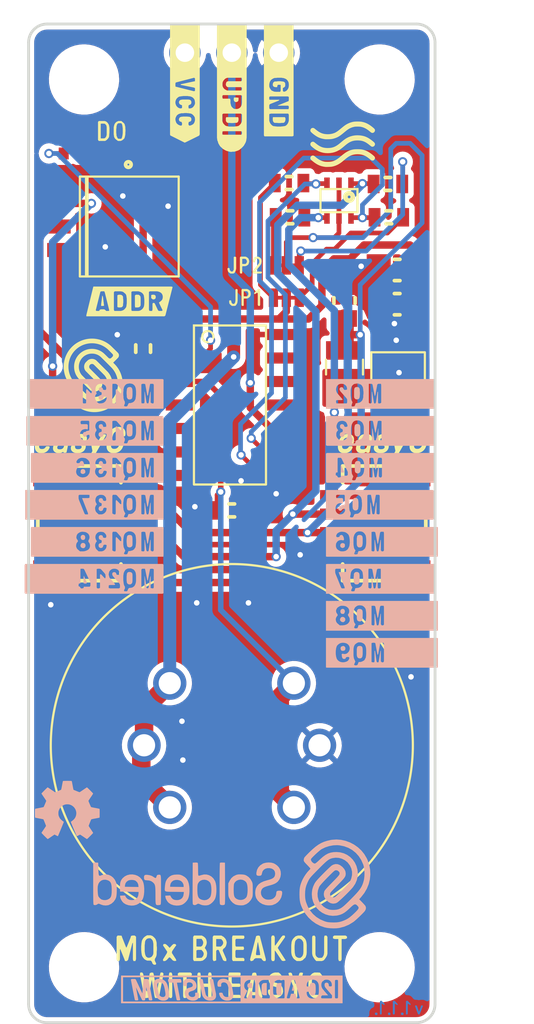
<source format=kicad_pcb>
(kicad_pcb (version 20211014) (generator pcbnew)
  (title_block (title "Hydrogen sensor MQ8 breakout with easyC") (date "2021-08-26") (rev "V1.1.1.") (company "SOLDERED") (comment 1 "333122"))
  (layers (0 "F.Cu" signal) (31 "B.Cu" signal) (34 "B.Paste" user) (35 "F.Paste" user) (36 "B.SilkS" user "B.Silkscreen") (37 "F.SilkS" user "F.Silkscreen") (38 "B.Mask" user) (39 "F.Mask" user) (44 "Edge.Cuts" user))
  (net 0 "")
  (net 1 "GND")
  (net 2 "5V")
  (net 3 "3V3")
  (net 4 "Net-(D1-Pad1)")
  (net 5 "SCL_PULL5")
  (net 6 "SDA_PULL5")
  (net 7 "SCL_PULL3,3")
  (net 8 "SDA_PULL3,3")
  (net 9 "SCL")
  (net 10 "SDA")
  (net 11 "UPDI")
  (net 12 "ADD1")
  (net 13 "ADD2")
  (net 14 "ADD3")
  (net 15 "Net-(L1-Pad1)")
  (net 16 "SCL5")
  (net 17 "SDA5")
  (net 18 "D0")
  (net 21 "A0")
  (footprint "e-radionica.com footprinti:0603R" (layer "F.Cu") (at 102 102.3 180)
    (fp_text reference "R1")
    (fp_text value "10k")
    (pad "1" smd rect locked (at -0.775 0 270) (size 1 0.64) (layers "F.Cu" "F.Paste" "F.Mask") (net 1 "GND"))
    (pad "2" smd rect locked (at 0.775 0 270) (size 1 0.64) (layers "F.Cu" "F.Paste" "F.Mask") (net 21 "A0"))
  )
  (footprint "e-radionica.com footprinti:DSHP03TS-S" (layer "F.Cu") (at 96.45 86.95)
    (fp_text reference "K4")
    (fp_text value "DSHP03TS-S")
    (pad "1" smd rect (at -3.81 -1.27 90) (size 0.76 1.27) (layers "F.Cu" "F.Paste" "F.Mask") (net 12 "ADD1"))
    (pad "2" smd rect (at 3.81 -1.27 90) (size 0.76 1.27) (layers "F.Cu" "F.Paste" "F.Mask") (net 1 "GND"))
    (pad "3" smd rect (at -3.81 0 90) (size 0.76 1.27) (layers "F.Cu" "F.Paste" "F.Mask") (net 13 "ADD2"))
    (pad "4" smd rect (at 3.81 0 90) (size 0.76 1.27) (layers "F.Cu" "F.Paste" "F.Mask") (net 1 "GND"))
    (pad "5" smd rect (at -3.81 1.27 90) (size 0.76 1.27) (layers "F.Cu" "F.Paste" "F.Mask") (net 14 "ADD3"))
    (pad "6" smd rect (at 3.81 1.27 90) (size 0.76 1.27) (layers "F.Cu" "F.Paste" "F.Mask") (net 1 "GND"))
  )
  (footprint "buzzardLabel" (layer "F.Cu") (at 99.46 75.6 -90)
    (fp_text reference "" (at 0 0 90) (layer "F.SilkS") (effects (font (size 1.27 1.27))))
    (fp_text value "" (at 0 0 90) (layer "F.SilkS") (effects (font (size 1.27 1.27))))
  )
  (footprint "Soldered Graphics:Logo-Back-SolderedFULL-15mm" (layer "F.Cu") (at 102 122.5)
    (fp_text reference "REF**" hide)
    (fp_text value "Logo-Front-SolderedFULL-15mm" hide)
  )
  (footprint "e-radionica.com footprinti:MQ" (layer "F.Cu") (at 102 115)
    (fp_text reference "U1")
    (fp_text value "MQ-X")
    (pad "1" thru_hole circle locked (at -3.358757 -3.358757) (size 1.8 1.8) (drill 1.2) (layers *.Cu *.Mask) (net 2 "5V"))
    (pad "2" thru_hole circle locked (at -4.75 0) (size 1.8 1.8) (drill 1.2) (layers *.Cu *.Mask) (net 2 "5V"))
    (pad "3" thru_hole circle locked (at -3.358757 3.358757) (size 1.8 1.8) (drill 1.2) (layers *.Cu *.Mask) (net 2 "5V"))
    (pad "4" thru_hole circle locked (at 3.358757 3.358757) (size 1.8 1.8) (drill 1.2) (layers *.Cu *.Mask) (net 21 "A0"))
    (pad "5" thru_hole circle locked (at 4.75 0) (size 1.8 1.8) (drill 1.2) (layers *.Cu *.Mask) (net 1 "GND"))
    (pad "6" thru_hole circle locked (at 3.358757 -3.358757) (size 1.8 1.8) (drill 1.2) (layers *.Cu *.Mask) (net 21 "A0"))
  )
  (footprint "e-radionica.com footprinti:0603C" (layer "F.Cu") (at 97.2 93.55 -90)
    (fp_text reference "C4")
    (fp_text value "100n")
    (pad "1" smd rect locked (at -0.73 0 270) (size 0.66 1) (layers "F.Cu" "F.Paste" "F.Mask") (net 2 "5V"))
    (pad "2" smd rect locked (at 0.73 0 270) (size 0.66 1) (layers "F.Cu" "F.Paste" "F.Mask") (net 1 "GND"))
  )
  (footprint "buzzardLabel" (layer "F.Cu") (at 102.7 89.05)
    (fp_text reference "" (at 0 0) (layer "F.SilkS") (effects (font (size 1.27 1.27))))
    (fp_text value "" (at 0 0) (layer "F.SilkS") (effects (font (size 1.27 1.27))))
  )
  (footprint "e-radionica.com footprinti:0603R" (layer "F.Cu") (at 110.45 84.65 180)
    (fp_text reference "R2")
    (fp_text value "10k")
    (pad "1" smd rect locked (at -0.775 0 270) (size 1 0.64) (layers "F.Cu" "F.Paste" "F.Mask") (net 8 "SDA_PULL3,3"))
    (pad "2" smd rect locked (at 0.775 0 270) (size 1 0.64) (layers "F.Cu" "F.Paste" "F.Mask") (net 10 "SDA"))
  )
  (footprint "e-radionica.com footprinti:FIDUCIAL_23" (layer "F.Cu") (at 102 120)
    (fp_text reference "FD1")
    (fp_text value "FIDUCIAL")
    (fp_circle (center 0 0) (end 1 0) (layer "F.Cu") (width 0.2) (fill none))
    (pad "1" smd circle (at 0 0) (size 1 1) (layers "F.Cu" "F.Paste" "F.Mask") (clearance 1.1))
  )
  (footprint "e-radionica.com footprinti:0603R" (layer "F.Cu") (at 110.5 86.45)
    (fp_text reference "R4")
    (fp_text value "10k")
    (pad "1" smd rect locked (at -0.775 0 90) (size 1 0.64) (layers "F.Cu" "F.Paste" "F.Mask") (net 17 "SDA5"))
    (pad "2" smd rect locked (at 0.775 0 90) (size 1 0.64) (layers "F.Cu" "F.Paste" "F.Mask") (net 6 "SDA_PULL5"))
  )
  (footprint "e-radionica.com footprinti:HEADER-UPDI" (layer "F.Cu") (at 102 77.55)
    (fp_text reference "K2")
    (fp_text value "HEADER-UPDI")
    (pad "1" thru_hole circle locked (at -2.54 0) (size 1.7 1.7) (drill 1) (layers *.Cu *.Mask) (net 2 "5V"))
    (pad "2" thru_hole circle locked (at 0 0) (size 1.7 1.7) (drill 1) (layers *.Cu *.Mask) (net 11 "UPDI"))
    (pad "3" thru_hole circle locked (at 2.54 0) (size 1.7 1.7) (drill 1) (layers *.Cu *.Mask) (net 1 "GND"))
  )
  (footprint "buzzardLabel" (layer "F.Cu") (at 102.7 90.8)
    (fp_text reference "" (at 0 0) (layer "F.SilkS") (effects (font (size 1.27 1.27))))
    (fp_text value "" (at 0 0) (layer "F.SilkS") (effects (font (size 1.27 1.27))))
  )
  (footprint "Soldered Graphics:Logo-Front-easyC-5mm" (layer "F.Cu") (at 93.8 98.65)
    (fp_text reference "G***" hide)
    (fp_text value "LOGO" hide)
  )
  (footprint "e-radionica.com footprinti:easyC-connector" (layer "F.Cu") (at 94.3 103 90)
    (fp_text reference "K3")
    (fp_text value "easyC-SMD")
    (pad "1" smd rect locked (at -1.5 2.15 90) (size 0.6 1.55) (layers "F.Cu" "F.Paste" "F.Mask") (net 9 "SCL"))
    (pad "2" smd rect locked (at -0.5 2.15 90) (size 0.6 1.55) (layers "F.Cu" "F.Paste" "F.Mask") (net 10 "SDA"))
    (pad "3" smd rect locked (at 0.5 2.15 90) (size 0.6 1.55) (layers "F.Cu" "F.Paste" "F.Mask") (net 3 "3V3"))
    (pad "4" smd rect locked (at 1.5 2.15 90) (size 0.6 1.55) (layers "F.Cu" "F.Paste" "F.Mask") (net 1 "GND"))
    (pad "5" smd rect locked (at 2.6 -2.15 90) (size 1.2 1.8) (layers "F.Cu" "F.Paste" "F.Mask") (net 1 "GND"))
    (pad "5" smd rect locked (at -2.6 -2.15 90) (size 1.2 1.8) (layers "F.Cu" "F.Paste" "F.Mask") (net 1 "GND"))
  )
  (footprint "buzzardLabel" (layer "F.Cu") (at 96.45 91)
    (fp_text reference "" (at 0 0) (layer "F.SilkS") (effects (font (size 1.27 1.27))))
    (fp_text value "" (at 0 0) (layer "F.SilkS") (effects (font (size 1.27 1.27))))
  )
  (footprint "e-radionica.com footprinti:SMD_JUMPER_3_PAD_TRACE" (layer "F.Cu") (at 104.95 89.05)
    (fp_text reference "JP2")
    (fp_text value "SMD_JUMPER_3_PAD_TRACE")
    (fp_poly (pts (xy 0.45 0.05) (xy 0.25 0.05) (xy 0.25 -0.05) (xy 0.45 -0.05)) (layer "F.Cu") (width 0.1) (fill solid))
    (fp_poly (pts (xy -0.25 0.05) (xy -0.45 0.05) (xy -0.45 -0.05) (xy -0.25 -0.05)) (layer "F.Cu") (width 0.1) (fill solid))
    (pad "1" smd rect (at -0.7 0 180) (size 0.5 1) (layers "F.Cu" "F.Mask") (net 7 "SCL_PULL3,3"))
    (pad "2" smd custom (at 0 0 180) (size 0.5 1) (layers "F.Cu" "F.Mask") (net 3 "3V3") (options (clearance outline) (anchor rect)) (primitives))
    (pad "3" smd rect (at 0.7 0 180) (size 0.5 1) (layers "F.Cu" "F.Mask") (net 8 "SDA_PULL3,3"))
  )
  (footprint "Soldered Graphics:Symbol-Front-Air-Quality" (layer "F.Cu") (at 108 82.5)
    (fp_text reference "G***" hide)
    (fp_text value "LOGO" hide)
  )
  (footprint "e-radionica.com footprinti:0805C" (layer "F.Cu") (at 110.95 89.3)
    (fp_text reference "C1")
    (fp_text value "CL10A226MPCNUBE")
    (pad "1" smd rect locked (at -0.975 0 90) (size 1.35 0.9) (layers "F.Cu" "F.Paste" "F.Mask") (net 1 "GND"))
    (pad "2" smd rect locked (at 0.975 0 90) (size 1.35 0.9) (layers "F.Cu" "F.Paste" "F.Mask") (net 2 "5V"))
  )
  (footprint "Soldered Graphics:Logo-Back-OSH-3.5mm" (layer "F.Cu") (at 93.1 118.5)
    (fp_text reference "G***" hide)
    (fp_text value "LOGO" hide)
  )
  (footprint "e-radionica.com footprinti:SOIC-14" (layer "F.Cu") (at 101.9 96.6)
    (fp_text reference "U4")
    (fp_text value "ATTINY404-SSNR")
    (pad "1" smd rect (at -2.7 -3.81) (size 1.55 0.6) (layers "F.Cu" "F.Paste" "F.Mask") (net 2 "5V"))
    (pad "2" smd rect (at -2.7 -2.54) (size 1.55 0.6) (layers "F.Cu" "F.Paste" "F.Mask") (net 18 "D0"))
    (pad "3" smd rect (at -2.7 -1.27) (size 1.55 0.6) (layers "F.Cu" "F.Paste" "F.Mask") (net 21 "A0"))
    (pad "4" smd rect (at -2.7 0) (size 1.55 0.6) (layers "F.Cu" "F.Paste" "F.Mask"))
    (pad "5" smd rect (at -2.7 1.27) (size 1.55 0.6) (layers "F.Cu" "F.Paste" "F.Mask") (net 14 "ADD3"))
    (pad "6" smd rect (at -2.7 2.54) (size 1.55 0.6) (layers "F.Cu" "F.Paste" "F.Mask") (net 13 "ADD2"))
    (pad "7" smd rect (at -2.7 3.81) (size 1.55 0.6) (layers "F.Cu" "F.Paste" "F.Mask") (net 12 "ADD1"))
    (pad "8" smd rect (at 2.7 3.81) (size 1.55 0.6) (layers "F.Cu" "F.Paste" "F.Mask") (net 17 "SDA5"))
    (pad "9" smd rect (at 2.7 2.54) (size 1.55 0.6) (layers "F.Cu" "F.Paste" "F.Mask") (net 16 "SCL5"))
    (pad "10" smd rect (at 2.7 1.27) (size 1.55 0.6) (layers "F.Cu" "F.Paste" "F.Mask") (net 11 "UPDI"))
    (pad "11" smd rect (at 2.7 0) (size 1.55 0.6) (layers "F.Cu" "F.Paste" "F.Mask"))
    (pad "12" smd rect (at 2.7 -1.27) (size 1.55 0.6) (layers "F.Cu" "F.Paste" "F.Mask"))
    (pad "13" smd rect (at 2.7 -2.54) (size 1.55 0.6) (layers "F.Cu" "F.Paste" "F.Mask"))
    (pad "14" smd rect (at 2.7 -3.81) (size 1.55 0.6) (layers "F.Cu" "F.Paste" "F.Mask") (net 1 "GND"))
  )
  (footprint "e-radionica.com footprinti:0805C" (layer "F.Cu") (at 108.1 90.95 -90)
    (fp_text reference "C3")
    (fp_text value "C1608X7S1A475K080AC")
    (pad "1" smd rect locked (at -0.975 0) (size 1.35 0.9) (layers "F.Cu" "F.Paste" "F.Mask") (net 1 "GND"))
    (pad "2" smd rect locked (at 0.975 0) (size 1.35 0.9) (layers "F.Cu" "F.Paste" "F.Mask") (net 3 "3V3"))
  )
  (footprint "e-radionica.com footprinti:HOLE_3.2mm" (layer "F.Cu") (at 94 127)
    (fp_text reference "H2" hide)
    (fp_text value "HOLE_3.2mm" hide)
    (pad "" np_thru_hole circle locked (at 0 0) (size 3.2 3.2) (drill 3.2) (layers F&B.Cu *.Mask))
  )
  (footprint "e-radionica.com footprinti:tps613222a" (layer "F.Cu") (at 111 94.55 90)
    (fp_text reference "U3")
    (fp_text value "TPS613222A")
    (pad "1" smd rect (at -1.3 -0.95 90) (size 1.1 0.6) (layers "F.Cu" "F.Paste" "F.Mask") (net 15 "Net-(L1-Pad1)"))
    (pad "2" smd rect (at -1.3 0 90) (size 1.1 0.6) (layers "F.Cu" "F.Paste" "F.Mask") (net 1 "GND"))
    (pad "3" smd rect (at -1.3 0.95 90) (size 1.1 0.6) (layers "F.Cu" "F.Paste" "F.Mask"))
    (pad "4" smd rect (at 1.3 0.95 90) (size 1.1 0.6) (layers "F.Cu" "F.Paste" "F.Mask") (net 2 "5V"))
    (pad "5" smd rect (at 1.3 -0.95 90) (size 1.1 0.6) (layers "F.Cu" "F.Paste" "F.Mask"))
  )
  (footprint "e-radionica.com footprinti:0402LED" (layer "F.Cu") (at 95.5 83)
    (fp_text reference "D1")
    (fp_text value "purple")
    (pad "1" smd rect locked (at -0.55 0 90) (size 0.75 0.45) (layers "F.Cu" "F.Paste" "F.Mask") (net 4 "Net-(D1-Pad1)"))
    (pad "2" smd rect locked (at 0.55 0 90) (size 0.75 0.45) (layers "F.Cu" "F.Paste" "F.Mask") (net 1 "GND"))
  )
  (footprint "e-radionica.com footprinti:0603R" (layer "F.Cu") (at 105.15 86.45 180)
    (fp_text reference "R5")
    (fp_text value "10k")
    (pad "1" smd rect locked (at -0.775 0 270) (size 1 0.64) (layers "F.Cu" "F.Paste" "F.Mask") (net 9 "SCL"))
    (pad "2" smd rect locked (at 0.775 0 270) (size 1 0.64) (layers "F.Cu" "F.Paste" "F.Mask") (net 7 "SCL_PULL3,3"))
  )
  (footprint "e-radionica.com footprinti:0805C" (layer "F.Cu") (at 110.95 91.15)
    (fp_text reference "C2")
    (fp_text value "CL10A226MPCNUBE")
    (pad "1" smd rect locked (at -0.975 0 90) (size 1.35 0.9) (layers "F.Cu" "F.Paste" "F.Mask") (net 1 "GND"))
    (pad "2" smd rect locked (at 0.975 0 90) (size 1.35 0.9) (layers "F.Cu" "F.Paste" "F.Mask") (net 2 "5V"))
  )
  (footprint "e-radionica.com footprinti:HOLE_3.2mm" (layer "F.Cu") (at 94 79)
    (fp_text reference "H3" hide)
    (fp_text value "HOLE_3.2mm" hide)
    (pad "" np_thru_hole circle locked (at 0 0) (size 3.2 3.2) (drill 3.2) (layers F&B.Cu *.Mask))
  )
  (footprint "Soldered Graphics:Logo-Front-easyC-5mm" (layer "F.Cu") (at 110.2 98.65)
    (fp_text reference "G***" hide)
    (fp_text value "LOGO" hide)
  )
  (footprint "e-radionica.com footprinti:SOT-363" (layer "F.Cu") (at 107.8 85.55 -90)
    (fp_text reference "U2")
    (fp_text value "NMOS-DUAL")
    (pad "1" smd rect (at -0.92 -0.65) (size 0.3 0.66) (layers "F.Cu" "F.Paste" "F.Mask") (net 10 "SDA"))
    (pad "2" smd rect (at -0.92 0) (size 0.3 0.66) (layers "F.Cu" "F.Paste" "F.Mask") (net 3 "3V3"))
    (pad "3" smd rect (at -0.92 0.65) (size 0.3 0.66) (layers "F.Cu" "F.Paste" "F.Mask") (net 16 "SCL5"))
    (pad "4" smd rect (at 0.92 0.65) (size 0.3 0.66) (layers "F.Cu" "F.Paste" "F.Mask") (net 9 "SCL"))
    (pad "5" smd rect (at 0.92 0) (size 0.3 0.66) (layers "F.Cu" "F.Paste" "F.Mask") (net 3 "3V3"))
    (pad "6" smd rect (at 0.92 -0.65) (size 0.3 0.66) (layers "F.Cu" "F.Paste" "F.Mask") (net 17 "SDA5"))
  )
  (footprint "e-radionica.com footprinti:HOLE_3.2mm" (layer "F.Cu") (at 110 127)
    (fp_text reference "H1" hide)
    (fp_text value "HOLE_3.2mm" hide)
    (pad "" np_thru_hole circle locked (at 0 0) (size 3.2 3.2) (drill 3.2) (layers F&B.Cu *.Mask))
  )
  (footprint "e-radionica.com footprinti:easyC-connector" (layer "F.Cu") (at 109.7 103 -90)
    (fp_text reference "K1")
    (fp_text value "easyC-SMD")
    (pad "1" smd rect locked (at -1.5 2.15 270) (size 0.6 1.55) (layers "F.Cu" "F.Paste" "F.Mask") (net 9 "SCL"))
    (pad "2" smd rect locked (at -0.5 2.15 270) (size 0.6 1.55) (layers "F.Cu" "F.Paste" "F.Mask") (net 10 "SDA"))
    (pad "3" smd rect locked (at 0.5 2.15 270) (size 0.6 1.55) (layers "F.Cu" "F.Paste" "F.Mask") (net 3 "3V3"))
    (pad "4" smd rect locked (at 1.5 2.15 270) (size 0.6 1.55) (layers "F.Cu" "F.Paste" "F.Mask") (net 1 "GND"))
    (pad "5" smd rect locked (at -2.6 -2.15 270) (size 1.2 1.8) (layers "F.Cu" "F.Paste" "F.Mask") (net 1 "GND"))
    (pad "5" smd rect locked (at 2.6 -2.15 270) (size 1.2 1.8) (layers "F.Cu" "F.Paste" "F.Mask") (net 1 "GND"))
  )
  (footprint "buzzardLabel" (layer "F.Cu") (at 102 75.6 -90)
    (fp_text reference "" (at 0 0 90) (layer "F.SilkS") (effects (font (size 1.27 1.27))))
    (fp_text value "" (at 0 0 90) (layer "F.SilkS") (effects (font (size 1.27 1.27))))
  )
  (footprint "Soldered Graphics:Logo-Front-Soldered-4mm" (layer "F.Cu") (at 94.5 95)
    (fp_text reference "G***" hide)
    (fp_text value "LOGO" hide)
  )
  (footprint "e-radionica.com footprinti:0806L" (layer "F.Cu") (at 108.1 94.55 90)
    (fp_text reference "L1")
    (fp_text value "DFE201612E-2R2M=P2")
    (pad "1" smd rect (at -0.9 0 90) (size 1 2) (layers "F.Cu" "F.Paste" "F.Mask") (net 15 "Net-(L1-Pad1)"))
    (pad "2" smd rect (at 0.9 0 90) (size 1 2) (layers "F.Cu" "F.Paste" "F.Mask") (net 3 "3V3"))
  )
  (footprint "buzzardLabel" (layer "F.Cu") (at 95.5 81.8)
    (fp_text reference "" (at 0 0) (layer "F.SilkS") (effects (font (size 1.27 1.27))))
    (fp_text value "" (at 0 0) (layer "F.SilkS") (effects (font (size 1.27 1.27))))
  )
  (footprint "e-radionica.com footprinti:HOLE_3.2mm" (layer "F.Cu") (at 110 79)
    (fp_text reference "H4" hide)
    (fp_text value "HOLE_3.2mm" hide)
    (pad "" np_thru_hole circle locked (at 0 0) (size 3.2 3.2) (drill 3.2) (layers F&B.Cu *.Mask))
  )
  (footprint "e-radionica.com footprinti:0603R" (layer "F.Cu") (at 105.1 84.6)
    (fp_text reference "R3")
    (fp_text value "10k")
    (pad "1" smd rect locked (at -0.775 0 90) (size 1 0.64) (layers "F.Cu" "F.Paste" "F.Mask") (net 5 "SCL_PULL5"))
    (pad "2" smd rect locked (at 0.775 0 90) (size 1 0.64) (layers "F.Cu" "F.Paste" "F.Mask") (net 16 "SCL5"))
  )
  (footprint "e-radionica.com footprinti:0402R" (layer "F.Cu") (at 93.4 83)
    (fp_text reference "R6")
    (fp_text value "2k2")
    (pad "1" smd rect locked (at -0.5 0 90) (size 0.64 0.54) (layers "F.Cu" "F.Paste" "F.Mask") (net 18 "D0"))
    (pad "2" smd rect locked (at 0.5 0 90) (size 0.64 0.54) (layers "F.Cu" "F.Paste" "F.Mask") (net 4 "Net-(D1-Pad1)"))
  )
  (footprint "e-radionica.com footprinti:SMD_JUMPER_3_PAD_TRACE" (layer "F.Cu") (at 104.95 90.8)
    (fp_text reference "JP1")
    (fp_text value "SMD_JUMPER_3_PAD_TRACE")
    (fp_poly (pts (xy 0.45 0.05) (xy 0.25 0.05) (xy 0.25 -0.05) (xy 0.45 -0.05)) (layer "F.Cu") (width 0.1) (fill solid))
    (fp_poly (pts (xy -0.25 0.05) (xy -0.45 0.05) (xy -0.45 -0.05) (xy -0.25 -0.05)) (layer "F.Cu") (width 0.1) (fill solid))
    (pad "1" smd rect (at -0.7 0 180) (size 0.5 1) (layers "F.Cu" "F.Mask") (net 5 "SCL_PULL5"))
    (pad "2" smd custom (at 0 0 180) (size 0.5 1) (layers "F.Cu" "F.Mask") (net 2 "5V") (options (clearance outline) (anchor rect)) (primitives))
    (pad "3" smd rect (at 0.7 0 180) (size 0.5 1) (layers "F.Cu" "F.Mask") (net 6 "SDA_PULL5"))
  )
  (footprint "buzzardLabel" (layer "F.Cu") (at 102 128)
    (fp_text reference "" (at 0 0) (layer "F.SilkS") (effects (font (size 1.27 1.27))))
    (fp_text value "" (at 0 0) (layer "F.SilkS") (effects (font (size 1.27 1.27))))
  )
  (footprint "buzzardLabel" (layer "F.Cu") (at 104.54 75.6 -90)
    (fp_text reference "" (at 0 0 90) (layer "F.SilkS") (effects (font (size 1.27 1.27))))
    (fp_text value "" (at 0 0 90) (layer "F.SilkS") (effects (font (size 1.27 1.27))))
  )
  (footprint "buzzardLabel" (layer "F.Cu") (at 102 126)
    (fp_text reference "" (at 0 0) (layer "F.SilkS") (effects (font (size 1.27 1.27))))
    (fp_text value "" (at 0 0) (layer "F.SilkS") (effects (font (size 1.27 1.27))))
  )
  (footprint "buzzardLabel" (layer "B.Cu") (at 98.7 96 180)
    (fp_text reference "" (at 0 0) (layer "B.SilkS") (effects (font (size 1.27 1.27)) (justify mirror)))
    (fp_text value "" (at 0 0) (layer "B.SilkS") (effects (font (size 1.27 1.27)) (justify mirror)))
  )
  (footprint "buzzardLabel" (layer "B.Cu") (at 98.7 100 180)
    (fp_text reference "" (at 0 0) (layer "B.SilkS") (effects (font (size 1.27 1.27)) (justify mirror)))
    (fp_text value "" (at 0 0) (layer "B.SilkS") (effects (font (size 1.27 1.27)) (justify mirror)))
  )
  (footprint "buzzardLabel" (layer "B.Cu") (at 106.7 98 180)
    (fp_text reference "" (at 0 0) (layer "B.SilkS") (effects (font (size 1.27 1.27)) (justify mirror)))
    (fp_text value "" (at 0 0) (layer "B.SilkS") (effects (font (size 1.27 1.27)) (justify mirror)))
  )
  (footprint "buzzardLabel" (layer "B.Cu") (at 106.7 110 180)
    (fp_text reference "" (at 0 0) (layer "B.SilkS") (effects (font (size 1.27 1.27)) (justify mirror)))
    (fp_text value "" (at 0 0) (layer "B.SilkS") (effects (font (size 1.27 1.27)) (justify mirror)))
  )
  (footprint "buzzardLabel" (layer "B.Cu") (at 106.7 108 180)
    (fp_text reference "" (at 0 0) (layer "B.SilkS") (effects (font (size 1.27 1.27)) (justify mirror)))
    (fp_text value "" (at 0 0) (layer "B.SilkS") (effects (font (size 1.27 1.27)) (justify mirror)))
  )
  (footprint "Soldered Graphics:Version1.1.1." (layer "B.Cu") (at 111 129.2 180)
    (fp_text reference "REF**" hide)
    (fp_text value "Version1.1.1." hide)
    (fp_poly (pts (xy -0.27 -0.38) (xy -0.22 -0.38) (xy -0.17 -0.37) (xy -0.16 -0.33) (xy -0.16 -0.27) (xy -0.21 -0.26) (xy -0.26 -0.26) (xy -0.29 -0.29) (xy -0.29 -0.34) (xy -0.27 -0.38)) (layer "B.Cu") (width 0.01) (fill solid))
    (fp_poly (pts (xy 0.43 -0.38) (xy 0.48 -0.38) (xy 0.54 -0.37) (xy 0.54 -0.33) (xy 0.54 -0.27) (xy 0.5 -0.26) (xy 0.45 -0.26) (xy 0.42 -0.29) (xy 0.42 -0.34) (xy 0.43 -0.38)) (layer "B.Cu") (width 0.01) (fill solid))
    (fp_poly (pts (xy 0.21 -0.35) (xy 0.26 -0.35) (xy 0.28 -0.31) (xy 0.28 0.35) (xy 0.24 0.38) (xy 0.19 0.38) (xy 0.15 0.34) (xy 0.04 0.22) (xy 0.02 0.17) (xy 0.05 0.16) (xy 0.14 0.22) (xy 0.18 0.23) (xy 0.18 -0.31) (xy 0.21 -0.35)) (layer "B.Cu") (width 0.01) (fill solid))
    (fp_poly (pts (xy 1.14 -0.38) (xy 1.19 -0.38) (xy 1.24 -0.37) (xy 1.25 -0.33) (xy 1.25 -0.27) (xy 1.2 -0.26) (xy 1.15 -0.26) (xy 1.12 -0.29) (xy 1.12 -0.34) (xy 1.14 -0.38)) (layer "B.Cu") (width 0.01) (fill solid))
    (fp_poly (pts (xy -0.5 -0.35) (xy -0.44 -0.35) (xy -0.43 -0.31) (xy -0.43 0.35) (xy -0.46 0.38) (xy -0.52 0.38) (xy -0.55 0.34) (xy -0.67 0.22) (xy -0.68 0.17) (xy -0.65 0.16) (xy -0.56 0.22) (xy -0.52 0.23) (xy -0.52 -0.31) (xy -0.5 -0.35)) (layer "B.Cu") (width 0.01) (fill solid))
    (fp_poly (pts (xy -1.15 -0.35) (xy -1.1 -0.35) (xy -1.07 -0.31) (xy -0.92 0.1) (xy -0.94 0.13) (xy -0.99 0.13) (xy -1.02 0.1) (xy -1.11 -0.16) (xy -1.13 -0.21) (xy -1.15 -0.17) (xy -1.24 0.09) (xy -1.26 0.13) (xy -1.32 0.13) (xy -1.34 0.1) (xy -1.18 -0.31) (xy -1.15 -0.35)) (layer "B.Cu") (width 0.01) (fill solid))
    (fp_poly (pts (xy 0.91 -0.35) (xy 0.96 -0.35) (xy 0.98 -0.31) (xy 0.98 0.35) (xy 0.95 0.38) (xy 0.89 0.38) (xy 0.86 0.34) (xy 0.74 0.22) (xy 0.73 0.17) (xy 0.76 0.16) (xy 0.85 0.22) (xy 0.89 0.23) (xy 0.89 -0.31) (xy 0.91 -0.35)) (layer "B.Cu") (width 0.01) (fill solid))
  )
  (footprint "Soldered Graphics:Symbol-Front_I2C_ADDR_CUSTOM" (layer "B.Cu") (at 102 128.2 180)
    (fp_text reference "REF**" hide)
    (fp_text value "Symbol-Front_I2C_ADDR_CUSTOM" hide)
  )
  (footprint "buzzardLabel" (layer "B.Cu") (at 98.7 104 180)
    (fp_text reference "" (at 0 0) (layer "B.SilkS") (effects (font (size 1.27 1.27)) (justify mirror)))
    (fp_text value "" (at 0 0) (layer "B.SilkS") (effects (font (size 1.27 1.27)) (justify mirror)))
  )
  (footprint "buzzardLabel" (layer "B.Cu") (at 106.7 104 180)
    (fp_text reference "" (at 0 0) (layer "B.SilkS") (effects (font (size 1.27 1.27)) (justify mirror)))
    (fp_text value "" (at 0 0) (layer "B.SilkS") (effects (font (size 1.27 1.27)) (justify mirror)))
  )
  (footprint "buzzardLabel" (layer "B.Cu") (at 106.7 96 180)
    (fp_text reference "" (at 0 0) (layer "B.SilkS") (effects (font (size 1.27 1.27)) (justify mirror)))
    (fp_text value "" (at 0 0) (layer "B.SilkS") (effects (font (size 1.27 1.27)) (justify mirror)))
  )
  (footprint "buzzardLabel" (layer "B.Cu") (at 106.7 106 180)
    (fp_text reference "" (at 0 0) (layer "B.SilkS") (effects (font (size 1.27 1.27)) (justify mirror)))
    (fp_text value "" (at 0 0) (layer "B.SilkS") (effects (font (size 1.27 1.27)) (justify mirror)))
  )
  (footprint "buzzardLabel" (layer "B.Cu") (at 106.7 100 180)
    (fp_text reference "" (at 0 0) (layer "B.SilkS") (effects (font (size 1.27 1.27)) (justify mirror)))
    (fp_text value "" (at 0 0) (layer "B.SilkS") (effects (font (size 1.27 1.27)) (justify mirror)))
  )
  (footprint "buzzardLabel" (layer "B.Cu") (at 106.7 102 180)
    (fp_text reference "" (at 0 0) (layer "B.SilkS") (effects (font (size 1.27 1.27)) (justify mirror)))
    (fp_text value "" (at 0 0) (layer "B.SilkS") (effects (font (size 1.27 1.27)) (justify mirror)))
  )
  (footprint "buzzardLabel" (layer "B.Cu") (at 98.7 98 180)
    (fp_text reference "" (at 0 0) (layer "B.SilkS") (effects (font (size 1.27 1.27)) (justify mirror)))
    (fp_text value "" (at 0 0) (layer "B.SilkS") (effects (font (size 1.27 1.27)) (justify mirror)))
  )
  (footprint "buzzardLabel" (layer "B.Cu") (at 98.7 106 180)
    (fp_text reference "" (at 0 0) (layer "B.SilkS") (effects (font (size 1.27 1.27)) (justify mirror)))
    (fp_text value "" (at 0 0) (layer "B.SilkS") (effects (font (size 1.27 1.27)) (justify mirror)))
  )
  (footprint "buzzardLabel" (layer "B.Cu") (at 98.7 102 180)
    (fp_text reference "" (at 0 0) (layer "B.SilkS") (effects (font (size 1.27 1.27)) (justify mirror)))
    (fp_text value "" (at 0 0) (layer "B.SilkS") (effects (font (size 1.27 1.27)) (justify mirror)))
  )
  (gr_arc (start 91.999997 130.000003) (mid 91.292891 129.707108) (end 91 129) (layer "Edge.Cuts") (width 0.15))
  (gr_line (start 92 130) (end 112 130) (layer "Edge.Cuts") (width 0.15))
  (gr_line (start 91 77) (end 91 129) (layer "Edge.Cuts") (width 0.15))
  (gr_arc (start 112.000005 75.999999) (mid 112.707109 76.292894) (end 113 77) (layer "Edge.Cuts") (width 0.15))
  (gr_arc (start 90.999996 76.999998) (mid 91.292892 76.292891) (end 92 76) (layer "Edge.Cuts") (width 0.15))
  (gr_arc (start 113.000001 129.000002) (mid 112.707106 129.707106) (end 112 129.999997) (layer "Edge.Cuts") (width 0.15))
  (gr_line (start 112 76) (end 92 76) (layer "Edge.Cuts") (width 0.15))
  (gr_line (start 113 129) (end 113 77) (layer "Edge.Cuts") (width 0.15))
  (via (at 98.55 85.85) (size 0.5) (drill 0.3) (layers "F.Cu" "B.Cu") (net 1))
  (via (at 96.1 85.3) (size 0.5) (drill 0.3) (layers "F.Cu" "B.Cu") (net 1))
  (via (at 111.7 111.3) (size 0.5) (drill 0.3) (layers "F.Cu" "B.Cu") (net 1))
  (via (at 99.35 115.8) (size 0.5) (drill 0.3) (layers "F.Cu" "B.Cu") (net 1))
  (via (at 99.3 113.7) (size 0.5) (drill 0.3) (layers "F.Cu" "B.Cu") (net 1))
  (via (at 102.5 100.7) (size 0.5) (drill 0.3) (layers "F.Cu" "B.Cu") (net 1))
  (via (at 95.15 88.05) (size 0.5) (drill 0.3) (layers "F.Cu" "B.Cu") (net 1))
  (via (at 104.4 101.4) (size 0.5) (drill 0.3) (layers "F.Cu" "B.Cu") (net 1))
  (via (at 95.8 92.8) (size 0.5) (drill 0.3) (layers "F.Cu" "B.Cu") (net 1))
  (via (at 102.9 107.3) (size 0.5) (drill 0.3) (layers "F.Cu" "B.Cu") (net 1))
  (via (at 92.2 107.4) (size 0.5) (drill 0.3) (layers "F.Cu" "B.Cu") (net 1))
  (via (at 100.1 107.3) (size 0.5) (drill 0.3) (layers "F.Cu" "B.Cu") (net 1))
  (via (at 109 89.1) (size 0.5) (drill 0.3) (layers "F.Cu" "B.Cu") (net 1))
  (via (at 100 102.1) (size 0.5) (drill 0.3) (layers "F.Cu" "B.Cu") (net 1))
  (via (at 105.7 104.7) (size 0.5) (drill 0.3) (layers "F.Cu" "B.Cu") (net 1))
  (via (at 111.05 94.85) (size 0.5) (drill 0.3) (layers "F.Cu" "B.Cu") (net 1))
  (via (at 110.8 92.2) (size 0.5) (drill 0.3) (layers "F.Cu" "B.Cu") (net 1))
  (via (at 110.9 93.1) (size 0.5) (drill 0.3) (layers "F.Cu" "B.Cu") (net 1))
  (segment (start 102 91.95) (end 104.55 91.95) (width 0.4) (layer "F.Cu") (net 2))
  (segment (start 97.1 115.15) (end 97.25 115) (width 1) (layer "F.Cu") (net 2))
  (segment (start 97.1 116.817514) (end 97.1 115.15) (width 1) (layer "F.Cu") (net 2))
  (segment (start 97.23 92.79) (end 97.2 92.82) (width 0.4) (layer "F.Cu") (net 2))
  (segment (start 104.55 91.95) (end 104.95 91.55) (width 0.4) (layer "F.Cu") (net 2))
  (segment (start 99.2 92.79) (end 99.2 92.4) (width 0.4) (layer "F.Cu") (net 2))
  (segment (start 111.925 89.3) (end 111.925 93.225) (width 1) (layer "F.Cu") (net 2))
  (segment (start 111.925 88.225) (end 111.925 89.3) (width 0.4) (layer "F.Cu") (net 2))
  (segment (start 106.15 91.95) (end 106.87652 91.22348) (width 0.4) (layer "F.Cu") (net 2))
  (segment (start 102.1 94) (end 102.1 92.05) (width 0.7) (layer "F.Cu") (net 2))
  (segment (start 106.87652 91.22348) (end 106.87652 89.35) (width 0.4) (layer "F.Cu") (net 2))
  (segment (start 108.4 88.7) (end 109.15 87.95) (width 0.4) (layer "F.Cu") (net 2))
  (segment (start 109.15 87.95) (end 111.65 87.95) (width 0.4) (layer "F.Cu") (net 2))
  (segment (start 97.2 92.82) (end 97.2 85.55) (width 0.4) (layer "F.Cu") (net 2))
  (segment (start 104.55 91.95) (end 106.15 91.95) (width 0.4) (layer "F.Cu") (net 2))
  (segment (start 99.65 91.95) (end 102 91.95) (width 0.4) (layer "F.Cu") (net 2))
  (segment (start 99.46 77.55) (end 99.46 83.29) (width 0.4) (layer "F.Cu") (net 2))
  (segment (start 111.925 93.225) (end 111.95 93.25) (width 1) (layer "F.Cu") (net 2))
  (segment (start 106.87652 89.35) (end 107.52652 88.7) (width 0.4) (layer "F.Cu") (net 2))
  (segment (start 99.2 92.4) (end 99.65 91.95) (width 0.4) (layer "F.Cu") (net 2))
  (segment (start 107.52652 88.7) (end 108.4 88.7) (width 0.4) (layer "F.Cu") (net 2))
  (segment (start 97.25 113.032486) (end 98.641243 111.641243) (width 1) (layer "F.Cu") (net 2))
  (segment (start 98.641243 118.358757) (end 97.1 116.817514) (width 1) (layer "F.Cu") (net 2))
  (segment (start 104.95 91.55) (end 104.95 90.8) (width 0.4) (layer "F.Cu") (net 2))
  (segment (start 111.65 87.95) (end 111.925 88.225) (width 0.4) (layer "F.Cu") (net 2))
  (segment (start 99.2 92.79) (end 97.23 92.79) (width 0.4) (layer "F.Cu") (net 2))
  (segment (start 97.2 85.55) (end 99.46 83.29) (width 0.4) (layer "F.Cu") (net 2))
  (segment (start 97.25 115) (end 97.25 113.032486) (width 1) (layer "F.Cu") (net 2))
  (via (at 102.1 94) (size 0.5) (drill 0.3) (layers "F.Cu" "B.Cu") (net 2))
  (segment (start 98.641243 97.458757) (end 102.1 94) (width 0.7) (layer "B.Cu") (net 2))
  (segment (start 98.641243 111.641243) (end 98.641243 97.458757) (width 0.7) (layer "B.Cu") (net 2))
  (segment (start 107.55 87.55) (end 107.8 87.3) (width 0.254) (layer "F.Cu") (net 3))
  (segment (start 105.2 87.55) (end 106.4 87.55) (width 0.254) (layer "F.Cu") (net 3))
  (segment (start 108.1 92.9) (end 108.1 91.925) (width 1) (layer "F.Cu") (net 3))
  (segment (start 108.1 93.65) (end 108.1 92.9) (width 1) (layer "F.Cu") (net 3))
  (segment (start 104.95 87.8) (end 105.2 87.55) (width 0.254) (layer "F.Cu") (net 3))
  (segment (start 104.95 89.05) (end 104.95 87.8) (width 0.254) (layer "F.Cu") (net 3))
  (segment (start 108.2 92.8) (end 108.1 92.9) (width 0.4) (layer "F.Cu") (net 3))
  (segment (start 107.8 84.63) (end 107.8 86.47) (width 0.254) (layer "F.Cu") (net 3))
  (segment (start 96.45 102.5) (end 98.8 102.5) (width 0.4) (layer "F.Cu") (net 3))
  (segment (start 106.4 87.55) (end 107.55 87.55) (width 0.254) (layer "F.Cu") (net 3))
  (segment (start 98.8 102.5) (end 99.8 103.5) (width 0.4) (layer "F.Cu") (net 3))
  (segment (start 107.8 87.3) (end 107.8 86.47) (width 0.254) (layer "F.Cu") (net 3))
  (segment (start 108.95 92.8) (end 108.2 92.8) (width 0.4) (layer "F.Cu") (net 3))
  (segment (start 99.8 103.5) (end 107.55 103.5) (width 0.4) (layer "F.Cu") (net 3))
  (via (at 106.1 103.5) (size 0.5) (drill 0.3) (layers "F.Cu" "B.Cu") (net 3))
  (via (at 106.4 87.55) (size 0.5) (drill 0.3) (layers "F.Cu" "B.Cu") (net 3))
  (via (at 108.95 92.8) (size 0.5) (drill 0.3) (layers "F.Cu" "B.Cu") (net 3))
  (segment (start 112.3 86.75) (end 112.3 83.1) (width 0.254) (layer "B.Cu") (net 3))
  (segment (start 110.60352 86.04648) (end 109.1 87.55) (width 0.254) (layer "B.Cu") (net 3))
  (segment (start 109 92.85) (end 108.95 92.8) (width 0.4) (layer "B.Cu") (net 3))
  (segment (start 111.65 82.45) (end 110.9 82.45) (width 0.254) (layer "B.Cu") (net 3))
  (segment (start 108.95 90.1) (end 112.3 86.75) (width 0.254) (layer "B.Cu") (net 3))
  (segment (start 110.9 82.45) (end 110.6 82.75) (width 0.254) (layer "B.Cu") (net 3))
  (segment (start 110.60352 82.75352) (end 110.60352 86.04648) (width 0.254) (layer "B.Cu") (net 3))
  (segment (start 109 100.6) (end 109 92.85) (width 0.4) (layer "B.Cu") (net 3))
  (segment (start 110.6 82.75) (end 110.60352 82.75352) (width 0.254) (layer "B.Cu") (net 3))
  (segment (start 109.1 87.55) (end 106.4 87.55) (width 0.254) (layer "B.Cu") (net 3))
  (segment (start 108.95 92.8) (end 108.95 90.1) (width 0.254) (layer "B.Cu") (net 3))
  (segment (start 112.3 83.1) (end 111.65 82.45) (width 0.254) (layer "B.Cu") (net 3))
  (segment (start 106.1 103.5) (end 109 100.6) (width 0.4) (layer "B.Cu") (net 3))
  (segment (start 93.9 83) (end 94.95 83) (width 0.25) (layer "F.Cu") (net 4))
  (segment (start 103.55 90.1) (end 104.25 90.8) (width 0.254) (layer "F.Cu") (net 5))
  (segment (start 103.55 85.375) (end 103.55 90.1) (width 0.254) (layer "F.Cu") (net 5))
  (segment (start 104.325 84.6) (end 103.55 85.375) (width 0.254) (layer "F.Cu") (net 5))
  (segment (start 108.441374 87.3) (end 110.425 87.3) (width 0.254) (layer "F.Cu") (net 6))
  (segment (start 106.35 88.95) (end 107.12652 88.17348) (width 0.254) (layer "F.Cu") (net 6))
  (segment (start 106.35 90.1) (end 106.35 88.95) (width 0.254) (layer "F.Cu") (net 6))
  (segment (start 107.12652 88.17348) (end 107.567894 88.17348) (width 0.254) (layer "F.Cu") (net 6))
  (segment (start 105.65 90.8) (end 106.35 90.1) (width 0.254) (layer "F.Cu") (net 6))
  (segment (start 110.425 87.3) (end 111.275 86.45) (width 0.254) (layer "F.Cu") (net 6))
  (segment (start 107.567894 88.17348) (end 108.441374 87.3) (width 0.254) (layer "F.Cu") (net 6))
  (segment (start 104.375 86.45) (end 104.25 86.575) (width 0.254) (layer "F.Cu") (net 7))
  (segment (start 104.25 86.575) (end 104.25 89.05) (width 0.254) (layer "F.Cu") (net 7))
  (segment (start 105.65 88.25) (end 105.706979 88.25) (width 0.254) (layer "F.Cu") (net 8))
  (segment (start 111.25 83.45) (end 111.25 84.625) (width 0.254) (layer "F.Cu") (net 8))
  (segment (start 105.65 89.05) (end 105.65 88.25) (width 0.254) (layer "F.Cu") (net 8))
  (segment (start 105.706979 88.25) (end 105.733479 88.2765) (width 0.254) (layer "F.Cu") (net 8))
  (segment (start 111.25 84.625) (end 111.225 84.65) (width 0.254) (layer "F.Cu") (net 8))
  (via (at 111.25 83.45) (size 0.5) (drill 0.3) (layers "F.Cu" "B.Cu") (net 8))
  (via (at 105.733479 88.2765) (size 0.5) (drill 0.3) (layers "F.Cu" "B.Cu") (net 8))
  (segment (start 109.2735 88.2765) (end 111.25 86.3) (width 0.254) (layer "B.Cu") (net 8))
  (segment (start 111.25 86.3) (end 111.25 83.45) (width 0.254) (layer "B.Cu") (net 8))
  (segment (start 105.733479 88.2765) (end 109.2735 88.2765) (width 0.254) (layer "B.Cu") (net 8))
  (segment (start 107.55 101.5) (end 107.55 97) (width 0.4) (layer "F.Cu") (net 9))
  (segment (start 110 102.1) (end 109.4 101.5) (width 0.4) (layer "F.Cu") (net 9))
  (segment (start 98.15 106.2) (end 108.9 106.2) (width 0.4) (layer "F.Cu") (net 9))
  (segment (start 110 105.1) (end 110 102.1) (width 0.4) (layer "F.Cu") (net 9))
  (segment (start 105.945 86.47) (end 105.925 86.45) (width 0.254) (layer "F.Cu") (net 9))
  (segment (start 106.68 86.47) (end 105.945 86.47) (width 0.254) (layer "F.Cu") (net 9))
  (segment (start 96.45 104.5) (end 98.15 106.2) (width 0.4) (layer "F.Cu") (net 9))
  (segment (start 109.4 101.5) (end 107.55 101.5) (width 0.4) (layer "F.Cu") (net 9))
  (segment (start 107.15 86.47) (end 106.68 86.47) (width 0.254) (layer "F.Cu") (net 9))
  (segment (start 108.9 106.2) (end 110 105.1) (width 0.4) (layer "F.Cu") (net 9))
  (via (at 107.55 97) (size 0.5) (drill 0.3) (layers "F.Cu" "B.Cu") (net 9))
  (via (at 106.68 86.47) (size 0.5) (drill 0.3) (layers "F.Cu" "B.Cu") (net 9))
  (segment (start 107.55 91.5) (end 105.083968 89.033968) (width 0.4) (layer "B.Cu") (net 9))
  (segment (start 107.55 97) (end 107.55 91.5) (width 0.4) (layer "B.Cu") (net 9))
  (segment (start 105.73 86.47) (end 106.68 86.47) (width 0.4) (layer "B.Cu") (net 9))
  (segment (start 105.083968 87.116032) (end 105.73 86.47) (width 0.4) (layer "B.Cu") (net 9))
  (segment (start 105.083968 89.033968) (end 105.083968 87.116032) (width 0.4) (layer "B.Cu") (net 9))
  (segment (start 108.45 84.63) (end 109.07 84.63) (width 0.254) (layer "F.Cu") (net 10))
  (segment (start 104.4 104.8) (end 99.4 104.8) (width 0.4) (layer "F.Cu") (net 10))
  (segment (start 98.1 103.5) (end 96.45 103.5) (width 0.4) (layer "F.Cu") (net 10))
  (segment (start 109.655 84.63) (end 109.675 84.65) (width 0.254) (layer "F.Cu") (net 10))
  (segment (start 109.07 84.63) (end 109.655 84.63) (width 0.254) (layer "F.Cu") (net 10))
  (segment (start 106.1 102.5) (end 105.3 102.5) (width 0.4) (layer "F.Cu") (net 10))
  (segment (start 99.4 104.8) (end 98.1 103.5) (width 0.4) (layer "F.Cu") (net 10))
  (segment (start 107.55 102.5) (end 106.1 102.5) (width 0.4) (layer "F.Cu") (net 10))
  (via (at 105.3 102.5) (size 0.5) (drill 0.3) (layers "F.Cu" "B.Cu") (net 10))
  (via (at 109.07 84.63) (size 0.5) (drill 0.3) (layers "F.Cu" "B.Cu") (net 10))
  (via (at 104.4 104.8) (size 0.5) (drill 0.3) (layers "F.Cu" "B.Cu") (net 10))
  (segment (start 106.55 101.25) (end 106.55 91.55) (width 0.4) (layer "B.Cu") (net 10))
  (segment (start 105.3 102.5) (end 106.55 101.25) (width 0.4) (layer "B.Cu") (net 10))
  (segment (start 104.4 103.4) (end 105.3 102.5) (width 0.4) (layer "B.Cu") (net 10))
  (segment (start 109.07 84.68) (end 109.07 84.63) (width 0.4) (layer "B.Cu") (net 10))
  (segment (start 105.55215 85.8) (end 107.95 85.8) (width 0.4) (layer "B.Cu") (net 10))
  (segment (start 104.484448 86.867702) (end 105.55215 85.8) (width 0.4) (layer "B.Cu") (net 10))
  (segment (start 107.95 85.8) (end 109.07 84.68) (width 0.4) (layer "B.Cu") (net 10))
  (segment (start 104.484448 89.484448) (end 104.484448 86.867702) (width 0.4) (layer "B.Cu") (net 10))
  (segment (start 106.55 91.55) (end 104.484448 89.484448) (width 0.4) (layer "B.Cu") (net 10))
  (segment (start 104.4 104.8) (end 104.4 103.4) (width 0.4) (layer "B.Cu") (net 10))
  (segment (start 103 96.745) (end 103 95.4) (width 0.4) (layer "F.Cu") (net 11))
  (segment (start 104.6 97.87) (end 104.125 97.87) (width 0.4) (layer "F.Cu") (net 11))
  (segment (start 104.125 97.87) (end 103 96.745) (width 0.4) (layer "F.Cu") (net 11))
  (via (at 103 95.4) (size 0.5) (drill 0.3) (layers "F.Cu" "B.Cu") (net 11))
  (segment (start 103 95.4) (end 103 90.5) (width 0.4) (layer "B.Cu") (net 11))
  (segment (start 102 89.5) (end 102 77.55) (width 0.4) (layer "B.Cu") (net 11))
  (segment (start 103 90.5) (end 102 89.5) (width 0.4) (layer "B.Cu") (net 11))
  (segment (start 95.90048 99.75048) (end 97.54952 99.75048) (width 0.4) (layer "F.Cu") (net 12))
  (segment (start 92.3 94.5) (end 92.3 96.15) (width 0.4) (layer "F.Cu") (net 12))
  (segment (start 98.21 100.41) (end 99.2 100.41) (width 0.4) (layer "F.Cu") (net 12))
  (segment (start 92.3 96.15) (end 95.90048 99.75048) (width 0.4) (layer "F.Cu") (net 12))
  (segment (start 94.4 85.7) (end 92.66 85.7) (width 0.4) (layer "F.Cu") (net 12))
  (segment (start 97.54952 99.75048) (end 97.55 99.75) (width 0.4) (layer "F.Cu") (net 12))
  (segment (start 97.55 99.75) (end 98.21 100.41) (width 0.4) (layer "F.Cu") (net 12))
  (segment (start 92.66 85.7) (end 92.64 85.68) (width 0.4) (layer "F.Cu") (net 12))
  (via (at 94.4 85.7) (size 0.5) (drill 0.3) (layers "F.Cu" "B.Cu") (net 12))
  (via (at 92.3 94.5) (size 0.5) (drill 0.3) (layers "F.Cu" "B.Cu") (net 12))
  (segment (start 92.3 87.8) (end 94.4 85.7) (width 0.4) (layer "B.Cu") (net 12))
  (segment (start 92.3 94.5) (end 92.3 87.8) (width 0.4) (layer "B.Cu") (net 12))
  (segment (start 91.605489 87.294511) (end 91.95 86.95) (width 0.4) (layer "F.Cu") (net 13))
  (segment (start 99.2 99.14) (end 98.14 99.14) (width 0.4) (layer "F.Cu") (net 13))
  (segment (start 98.14 99.14) (end 91.605489 92.605489) (width 0.4) (layer "F.Cu") (net 13))
  (segment (start 91.605489 92.605489) (end 91.605489 87.294511) (width 0.4) (layer "F.Cu") (net 13))
  (segment (start 91.95 86.95) (end 92.64 86.95) (width 0.4) (layer "F.Cu") (net 13))
  (segment (start 99.2 97.87) (end 97.97 97.87) (width 0.4) (layer "F.Cu") (net 14))
  (segment (start 92.64 92.54) (end 92.64 88.22) (width 0.4) (layer "F.Cu") (net 14))
  (segment (start 97.97 97.87) (end 92.64 92.54) (width 0.4) (layer "F.Cu") (net 14))
  (segment (start 107.15 84.63) (end 105.905 84.63) (width 0.254) (layer "F.Cu") (net 16))
  (segment (start 104.6 99.14) (end 103.79 99.14) (width 0.254) (layer "F.Cu") (net 16))
  (segment (start 105.905 84.63) (end 105.875 84.6) (width 0.254) (layer "F.Cu") (net 16))
  (segment (start 103.79 99.14) (end 103.05 98.4) (width 0.254) (layer "F.Cu") (net 16))
  (via (at 106.55 84.65) (size 0.5) (drill 0.3) (layers "F.Cu" "B.Cu") (net 16))
  (via (at 103.05 98.4) (size 0.5) (drill 0.3) (layers "F.Cu" "B.Cu") (net 16))
  (segment (start 103.05 98.05) (end 104.9 96.2) (width 0.254) (layer "B.Cu") (net 16))
  (segment (start 104.9 96.2) (end 104.9 90.644612) (width 0.254) (layer "B.Cu") (net 16))
  (segment (start 103.957928 86.64961) (end 105.957538 84.65) (width 0.254) (layer "B.Cu") (net 16))
  (segment (start 103.957928 89.702539) (end 103.957928 86.64961) (width 0.254) (layer "B.Cu") (net 16))
  (segment (start 105.957538 84.65) (end 106.55 84.65) (width 0.254) (layer "B.Cu") (net 16))
  (segment (start 103.05 98.4) (end 103.05 98.05) (width 0.254) (layer "B.Cu") (net 16))
  (segment (start 104.9 90.644612) (end 103.957928 89.702539) (width 0.254) (layer "B.Cu") (net 16))
  (segment (start 108.45 86.47) (end 109.07 86.47) (width 0.254) (layer "F.Cu") (net 17))
  (segment (start 102.5 99.3) (end 103.61 100.41) (width 0.254) (layer "F.Cu") (net 17))
  (segment (start 109.705 86.47) (end 109.725 86.45) (width 0.254) (layer "F.Cu") (net 17))
  (segment (start 109.07 86.47) (end 109.705 86.47) (width 0.254) (layer "F.Cu") (net 17))
  (segment (start 103.61 100.41) (end 104.6 100.41) (width 0.254) (layer "F.Cu") (net 17))
  (via (at 102.5 99.3) (size 0.5) (drill 0.3) (layers "F.Cu" "B.Cu") (net 17))
  (via (at 109.07 86.47) (size 0.5) (drill 0.3) (layers "F.Cu" "B.Cu") (net 17))
  (segment (start 109.07 85.78) (end 109.07 86.47) (width 0.254) (layer "B.Cu") (net 17))
  (segment (start 103.5 85.65) (end 105.9 83.25) (width 0.254) (layer "B.Cu") (net 17))
  (segment (start 102.473489 97.626511) (end 104.15 95.95) (width 0.254) (layer "B.Cu") (net 17))
  (segment (start 109.55 83.25) (end 110.15 83.85) (width 0.254) (layer "B.Cu") (net 17))
  (segment (start 110.15 83.85) (end 110.15 84.7) (width 0.254) (layer "B.Cu") (net 17))
  (segment (start 104.15 95.95) (end 104.15 90.535986) (width 0.254) (layer "B.Cu") (net 17))
  (segment (start 103.5 89.885986) (end 103.5 85.65) (width 0.254) (layer "B.Cu") (net 17))
  (segment (start 102.5 99.3) (end 102.473489 99.273489) (width 0.254) (layer "B.Cu") (net 17))
  (segment (start 102.473489 99.273489) (end 102.473489 97.626511) (width 0.254) (layer "B.Cu") (net 17))
  (segment (start 104.15 90.535986) (end 103.5 89.885986) (width 0.254) (layer "B.Cu") (net 17))
  (segment (start 110.15 84.7) (end 109.07 85.78) (width 0.254) (layer "B.Cu") (net 17))
  (segment (start 105.9 83.25) (end 109.55 83.25) (width 0.254) (layer "B.Cu") (net 17))
  (segment (start 100.85 93.55) (end 100.85 93.1) (width 0.254) (layer "F.Cu") (net 18))
  (segment (start 99.2 94.06) (end 100.34 94.06) (width 0.254) (layer "F.Cu") (net 18))
  (segment (start 92.1 83) (end 92.9 83) (width 0.254) (layer "F.Cu") (net 18))
  (segment (start 100.34 94.06) (end 100.85 93.55) (width 0.254) (layer "F.Cu") (net 18))
  (via (at 100.85 93.1) (size 0.5) (drill 0.3) (layers "F.Cu" "B.Cu") (net 18))
  (via (at 92.1 83) (size 0.5) (drill 0.3) (layers "F.Cu" "B.Cu") (net 18))
  (segment (start 100.85 91.296763) (end 100.85 93.1) (width 0.254) (layer "B.Cu") (net 18))
  (segment (start 92.1 83) (end 92.553237 83) (width 0.254) (layer "B.Cu") (net 18))
  (segment (start 92.553237 83) (end 100.85 91.296763) (width 0.254) (layer "B.Cu") (net 18))
  (segment (start 104.596758 117.596758) (end 104.596758 112.403242) (width 1) (layer "F.Cu") (net 21))
  (segment (start 100.63 95.33) (end 101.3 96) (width 0.3) (layer "F.Cu") (net 21))
  (segment (start 105.358757 118.358757) (end 104.596758 117.596758) (width 1) (layer "F.Cu") (net 21))
  (segment (start 99.2 95.33) (end 100.63 95.33) (width 0.3) (layer "F.Cu") (net 21))
  (segment (start 101.225 101.475) (end 101.4 101.3) (width 0.3) (layer "F.Cu") (net 21))
  (segment (start 104.596758 112.403242) (end 105.358757 111.641243) (width 1) (layer "F.Cu") (net 21))
  (segment (start 101.225 102.3) (end 101.225 101.475) (width 0.3) (layer "F.Cu") (net 21))
  (segment (start 101.3 96) (end 101.4 96.1) (width 0.3) (layer "F.Cu") (net 21))
  (segment (start 101.4 96.1) (end 101.4 101.3) (width 0.3) (layer "F.Cu") (net 21))
  (segment (start 105.417514 111.7) (end 105.358757 111.641243) (width 0.7) (layer "F.Cu") (net 21))
  (via (at 101.4 101.3) (size 0.5) (drill 0.3) (layers "F.Cu" "B.Cu") (net 21))
  (segment (start 101.4 101.3) (end 101.4 107.682486) (width 0.3) (layer "B.Cu") (net 21))
  (segment (start 101.4 107.682486) (end 105.358757 111.641243) (width 0.3) (layer "B.Cu") (net 21))
  (zone (net 1) (net_name "GND") (layers F&B.Cu) (connect_pads (clearance 0.3)) (min_thickness 0.254) (fill yes (thermal_gap 0.3) (thermal_bridge_width 0.3))
    (polygon (pts (xy 113 130) (xy 91 130) (xy 91 76) (xy 113 76)))
  )
  (zone (net 1) (net_name "GND") (layer "F.Cu") (priority 4) (connect_pads yes (clearance 0.127)) (min_thickness 0.05) (fill yes (thermal_gap 0.508) (thermal_bridge_width 0.508))
    (polygon (pts (xy 110.6 91.85) (xy 111.1 91.85) (xy 111.1 92.55) (xy 110.55 92.55) (xy 110.3 91.95) (xy 109.35 91.95) (xy 109.15 91.5) (xy 108.75 91.2) (xy 108.65 90.65) (xy 107.35 90.65) (xy 107.35 89.45) (xy 108.7 89.45) (xy 108.7 88.75) (xy 109.3 88.75) (xy 109.3 88.45) (xy 110.6 88.45)))
  )
  (zone (net 15) (net_name "Net-(L1-Pad1)") (layer "F.Cu") (priority 2) (connect_pads yes (clearance 0.2)) (min_thickness 0.254) (fill yes (thermal_gap 0.508) (thermal_bridge_width 0.508))
    (polygon (pts (xy 110.5 96.7) (xy 106.9 96.7) (xy 106.9 94.65) (xy 110.5 94.65)))
  )
)
</source>
